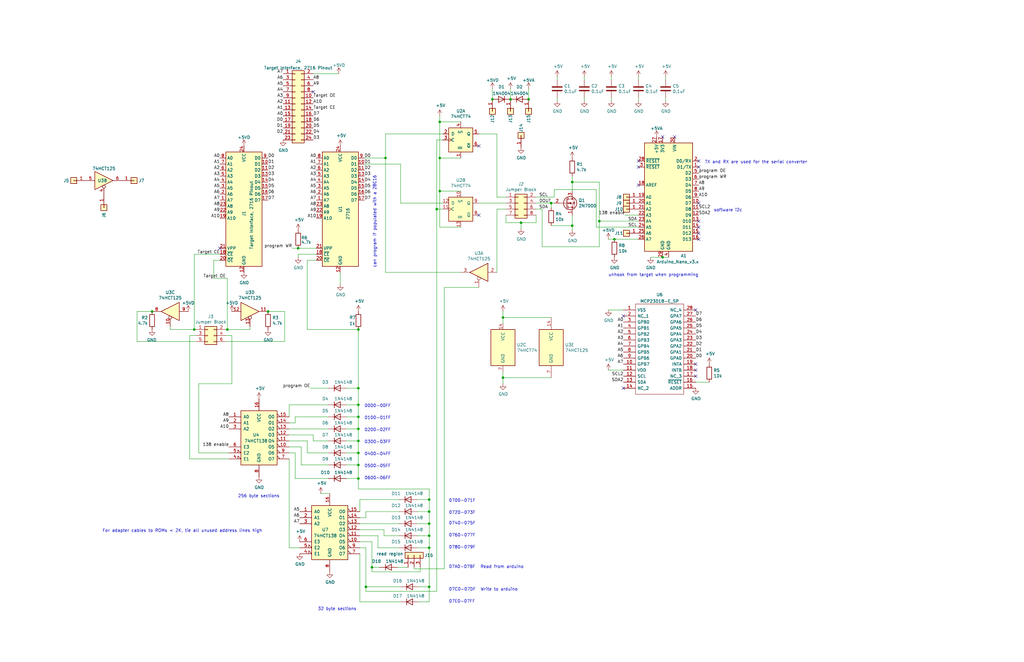
<source format=kicad_sch>
(kicad_sch (version 20211123) (generator eeschema)
  (paper "B")
  (title_block (title "Demon Debugger ROM-IO Interface - I2C Version") (date "2022-02-27") (rev "D"))
  (junction (at 180.975 220.98))
  (junction (at 241.3 95.25))
  (junction (at 184.15 88.265))
  (junction (at 151.13 163.83))
  (junction (at 252.73 93.345))
  (junction (at 180.975 215.9))
  (junction (at 151.13 139.065))
  (junction (at 212.09 133.985))
  (junction (at 154.305 247.65))
  (junction (at 125.73 104.775))
  (junction (at 215.265 41.91))
  (junction (at 232.41 85.725))
  (junction (at 185.42 66.675))
  (junction (at 64.135 131.445))
  (junction (at 259.08 100.965))
  (junction (at 279.4 108.585))
  (junction (at 151.13 180.975))
  (junction (at 180.975 226.06))
  (junction (at 151.13 170.815))
  (junction (at 81.915 139.065))
  (junction (at 185.42 80.645))
  (junction (at 212.09 159.385))
  (junction (at 180.975 231.14))
  (junction (at 95.885 139.065))
  (junction (at 180.975 210.82))
  (junction (at 151.13 186.055))
  (junction (at 207.645 41.91))
  (junction (at 241.3 76.835))
  (junction (at 185.42 51.435))
  (junction (at 156.845 239.395))
  (junction (at 219.71 93.98))
  (junction (at 113.03 131.445))
  (junction (at 151.13 201.93))
  (junction (at 151.13 175.895))
  (junction (at 222.885 41.91))
  (junction (at 151.13 196.215))
  (junction (at 180.975 247.65))
  (junction (at 151.13 191.135))
  (junction (at 162.56 66.675))
  (no_connect (at 201.93 61.595))
  (no_connect (at 279.4 57.785))
  (no_connect (at 132.08 38.735))
  (no_connect (at 293.37 153.67))
  (no_connect (at 262.89 163.83))
  (no_connect (at 294.64 93.345))
  (no_connect (at 269.24 67.945))
  (no_connect (at 284.48 57.785))
  (no_connect (at 293.37 156.21))
  (no_connect (at 269.24 70.485))
  (no_connect (at 294.64 70.485))
  (no_connect (at 294.64 98.425))
  (no_connect (at 269.24 78.105))
  (no_connect (at 294.64 95.885))
  (no_connect (at 294.64 67.945))
  (no_connect (at 294.64 85.725))
  (no_connect (at 92.71 104.775))
  (no_connect (at 294.64 100.965))
  (no_connect (at 262.89 133.35))
  (no_connect (at 293.37 130.81))
  (no_connect (at 201.93 90.805))
  (no_connect (at 293.37 158.75))
  (wire (pts (xy 256.54 100.965) (xy 259.08 100.965)))
  (wire (pts (xy 252.73 76.835) (xy 252.73 93.345)))
  (wire (pts (xy 201.93 56.515) (xy 209.55 56.515)))
  (wire (pts (xy 232.41 85.725) (xy 232.41 87.63)))
  (wire (pts (xy 83.82 161.925) (xy 97.79 161.925)))
  (wire (pts (xy 185.42 66.675) (xy 194.31 66.675)))
  (wire (pts (xy 293.37 161.29) (xy 299.085 161.29)))
  (wire (pts (xy 168.91 69.215) (xy 168.91 85.725)))
  (wire (pts (xy 233.68 83.185) (xy 233.68 80.01)))
  (wire (pts (xy 121.92 191.135) (xy 124.46 191.135)))
  (wire (pts (xy 174.625 239.395) (xy 174.625 240.03)))
  (wire (pts (xy 156.845 228.6) (xy 156.845 239.395)))
  (wire (pts (xy 256.54 156.21) (xy 262.89 156.21)))
  (wire (pts (xy 105.41 139.065) (xy 105.41 137.795)))
  (wire (pts (xy 280.67 41.275) (xy 280.67 42.545)))
  (wire (pts (xy 96.52 193.675) (xy 80.01 193.675)))
  (wire (pts (xy 121.92 193.675) (xy 121.92 231.14)))
  (wire (pts (xy 124.46 178.435) (xy 124.46 175.895)))
  (wire (pts (xy 234.95 32.385) (xy 234.95 33.655)))
  (wire (pts (xy 151.765 228.6) (xy 156.845 228.6)))
  (wire (pts (xy 146.05 170.815) (xy 151.13 170.815)))
  (wire (pts (xy 132.08 186.055) (xy 138.43 186.055)))
  (wire (pts (xy 82.55 141.605) (xy 80.01 141.605)))
  (wire (pts (xy 212.09 159.385) (xy 212.09 161.925)))
  (wire (pts (xy 213.36 93.98) (xy 219.71 93.98)))
  (wire (pts (xy 215.265 37.465) (xy 215.265 41.91)))
  (wire (pts (xy 184.15 59.055) (xy 184.15 88.265)))
  (wire (pts (xy 219.71 93.98) (xy 226.06 93.98)))
  (wire (pts (xy 185.42 48.895) (xy 185.42 51.435)))
  (wire (pts (xy 71.755 139.065) (xy 71.755 137.795)))
  (wire (pts (xy 161.925 226.06) (xy 168.275 226.06)))
  (wire (pts (xy 154.305 247.65) (xy 154.305 231.14)))
  (wire (pts (xy 175.895 231.14) (xy 180.975 231.14)))
  (wire (pts (xy 121.92 178.435) (xy 124.46 178.435)))
  (wire (pts (xy 129.54 109.855) (xy 129.54 139.065)))
  (wire (pts (xy 241.3 76.835) (xy 241.3 80.645)))
  (wire (pts (xy 213.36 83.185) (xy 209.55 83.185)))
  (wire (pts (xy 121.92 175.895) (xy 121.92 170.815)))
  (wire (pts (xy 180.975 206.375) (xy 151.13 206.375)))
  (wire (pts (xy 226.06 90.805) (xy 226.06 93.98)))
  (wire (pts (xy 83.82 191.135) (xy 83.82 161.925)))
  (wire (pts (xy 151.13 186.055) (xy 151.13 191.135)))
  (wire (pts (xy 209.55 88.265) (xy 209.55 114.935)))
  (wire (pts (xy 154.305 218.44) (xy 154.305 215.9)))
  (wire (pts (xy 133.35 109.855) (xy 129.54 109.855)))
  (wire (pts (xy 226.06 83.185) (xy 233.68 83.185)))
  (wire (pts (xy 168.91 254) (xy 151.765 254)))
  (wire (pts (xy 151.13 196.215) (xy 146.05 196.215)))
  (wire (pts (xy 127 188.595) (xy 127 196.215)))
  (wire (pts (xy 81.915 139.065) (xy 82.55 139.065)))
  (wire (pts (xy 280.67 32.385) (xy 280.67 33.655)))
  (wire (pts (xy 151.765 233.68) (xy 151.765 254)))
  (wire (pts (xy 146.05 191.135) (xy 151.13 191.135)))
  (wire (pts (xy 135.255 208.28) (xy 139.065 208.28)))
  (wire (pts (xy 95.25 139.065) (xy 95.885 139.065)))
  (wire (pts (xy 151.13 191.135) (xy 151.13 196.215)))
  (wire (pts (xy 167.64 239.395) (xy 172.085 239.395)))
  (wire (pts (xy 151.13 163.83) (xy 151.13 170.815)))
  (wire (pts (xy 234.95 41.275) (xy 234.95 42.545)))
  (wire (pts (xy 92.71 109.855) (xy 90.17 109.855)))
  (wire (pts (xy 162.56 56.515) (xy 162.56 66.675)))
  (wire (pts (xy 121.92 183.515) (xy 132.08 183.515)))
  (wire (pts (xy 228.6 88.265) (xy 228.6 104.14)))
  (wire (pts (xy 241.3 76.835) (xy 252.73 76.835)))
  (wire (pts (xy 81.915 107.315) (xy 81.915 139.065)))
  (wire (pts (xy 184.15 88.265) (xy 186.69 88.265)))
  (wire (pts (xy 162.56 56.515) (xy 186.69 56.515)))
  (wire (pts (xy 213.36 88.265) (xy 209.55 88.265)))
  (wire (pts (xy 269.24 41.275) (xy 269.24 42.545)))
  (wire (pts (xy 151.13 139.065) (xy 151.13 163.83)))
  (wire (pts (xy 121.92 170.815) (xy 138.43 170.815)))
  (wire (pts (xy 174.625 240.03) (xy 187.325 240.03)))
  (wire (pts (xy 175.895 220.98) (xy 180.975 220.98)))
  (wire (pts (xy 90.17 117.475) (xy 90.17 109.855)))
  (wire (pts (xy 212.09 131.445) (xy 212.09 133.985)))
  (wire (pts (xy 154.305 247.65) (xy 168.91 247.65)))
  (wire (pts (xy 257.81 32.385) (xy 257.81 33.655)))
  (wire (pts (xy 257.81 41.275) (xy 257.81 42.545)))
  (wire (pts (xy 212.09 156.845) (xy 212.09 159.385)))
  (wire (pts (xy 97.79 161.925) (xy 97.79 141.605)))
  (wire (pts (xy 251.46 80.01) (xy 251.46 95.885)))
  (wire (pts (xy 222.885 37.465) (xy 222.885 41.91)))
  (wire (pts (xy 57.785 144.145) (xy 57.785 131.445)))
  (wire (pts (xy 154.305 215.9) (xy 168.275 215.9)))
  (wire (pts (xy 212.09 133.985) (xy 232.41 133.985)))
  (wire (pts (xy 138.43 201.93) (xy 124.46 201.93)))
  (wire (pts (xy 269.24 93.345) (xy 252.73 93.345)))
  (wire (pts (xy 168.91 85.725) (xy 186.69 85.725)))
  (wire (pts (xy 146.05 186.055) (xy 151.13 186.055)))
  (wire (pts (xy 146.05 163.83) (xy 151.13 163.83)))
  (wire (pts (xy 132.08 31.115) (xy 142.875 31.115)))
  (wire (pts (xy 146.05 180.975) (xy 151.13 180.975)))
  (wire (pts (xy 151.765 231.14) (xy 154.305 231.14)))
  (wire (pts (xy 246.38 32.385) (xy 246.38 33.655)))
  (wire (pts (xy 162.56 114.935) (xy 194.31 114.935)))
  (wire (pts (xy 175.895 226.06) (xy 180.975 226.06)))
  (wire (pts (xy 175.895 210.82) (xy 180.975 210.82)))
  (wire (pts (xy 123.19 104.775) (xy 125.73 104.775)))
  (wire (pts (xy 184.15 59.055) (xy 186.69 59.055)))
  (wire (pts (xy 212.09 159.385) (xy 232.41 159.385)))
  (wire (pts (xy 232.41 85.725) (xy 233.68 85.725)))
  (wire (pts (xy 71.755 139.065) (xy 81.915 139.065)))
  (wire (pts (xy 130.81 163.83) (xy 138.43 163.83)))
  (wire (pts (xy 153.67 66.675) (xy 162.56 66.675)))
  (wire (pts (xy 129.54 186.055) (xy 121.92 186.055)))
  (wire (pts (xy 121.92 231.14) (xy 126.365 231.14)))
  (wire (pts (xy 251.46 95.885) (xy 269.24 95.885)))
  (wire (pts (xy 151.765 210.82) (xy 168.275 210.82)))
  (wire (pts (xy 129.54 139.065) (xy 151.13 139.065)))
  (wire (pts (xy 129.54 191.135) (xy 129.54 186.055)))
  (wire (pts (xy 180.975 210.82) (xy 180.975 215.9)))
  (wire (pts (xy 185.42 66.675) (xy 185.42 80.645)))
  (wire (pts (xy 120.015 144.145) (xy 95.25 144.145)))
  (wire (pts (xy 241.3 74.295) (xy 241.3 76.835)))
  (wire (pts (xy 146.05 201.93) (xy 151.13 201.93)))
  (wire (pts (xy 124.46 201.93) (xy 124.46 191.135)))
  (wire (pts (xy 81.915 107.315) (xy 92.71 107.315)))
  (wire (pts (xy 121.92 180.975) (xy 138.43 180.975)))
  (wire (pts (xy 185.42 51.435) (xy 194.31 51.435)))
  (wire (pts (xy 156.845 239.395) (xy 160.02 239.395)))
  (wire (pts (xy 279.4 108.585) (xy 281.94 108.585)))
  (wire (pts (xy 80.01 141.605) (xy 80.01 193.675)))
  (wire (pts (xy 185.42 51.435) (xy 185.42 66.675)))
  (wire (pts (xy 201.93 121.285) (xy 187.325 121.285)))
  (wire (pts (xy 125.73 104.775) (xy 133.35 104.775)))
  (wire (pts (xy 151.765 215.9) (xy 151.765 210.82)))
  (wire (pts (xy 154.305 249.555) (xy 154.305 247.65)))
  (wire (pts (xy 151.13 175.895) (xy 151.13 180.975)))
  (wire (pts (xy 124.46 175.895) (xy 138.43 175.895)))
  (wire (pts (xy 269.24 32.385) (xy 269.24 33.655)))
  (wire (pts (xy 156.845 239.395) (xy 156.845 241.3)))
  (wire (pts (xy 151.765 220.98) (xy 168.275 220.98)))
  (wire (pts (xy 138.43 191.135) (xy 129.54 191.135)))
  (wire (pts (xy 185.42 80.645) (xy 194.31 80.645)))
  (wire (pts (xy 184.15 88.265) (xy 184.15 249.555)))
  (wire (pts (xy 151.13 201.93) (xy 151.13 196.215)))
  (wire (pts (xy 187.325 121.285) (xy 187.325 240.03)))
  (wire (pts (xy 57.785 131.445) (xy 64.135 131.445)))
  (wire (pts (xy 226.06 88.265) (xy 228.6 88.265)))
  (wire (pts (xy 263.525 90.805) (xy 269.24 90.805)))
  (wire (pts (xy 274.32 108.585) (xy 279.4 108.585)))
  (wire (pts (xy 252.73 93.345) (xy 252.73 104.14)))
  (wire (pts (xy 159.385 231.14) (xy 159.385 226.06)))
  (wire (pts (xy 151.13 206.375) (xy 151.13 201.93)))
  (wire (pts (xy 168.275 231.14) (xy 159.385 231.14)))
  (wire (pts (xy 176.53 247.65) (xy 180.975 247.65)))
  (wire (pts (xy 175.895 215.9) (xy 180.975 215.9)))
  (wire (pts (xy 233.68 80.01) (xy 251.46 80.01)))
  (wire (pts (xy 209.55 83.185) (xy 209.55 56.515)))
  (wire (pts (xy 125.73 107.315) (xy 133.35 107.315)))
  (wire (pts (xy 201.93 85.725) (xy 213.36 85.725)))
  (wire (pts (xy 241.3 90.805) (xy 241.3 95.25)))
  (wire (pts (xy 161.925 223.52) (xy 161.925 226.06)))
  (wire (pts (xy 162.56 66.675) (xy 162.56 114.935)))
  (wire (pts (xy 95.885 117.475) (xy 90.17 117.475)))
  (wire (pts (xy 180.975 220.98) (xy 180.975 226.06)))
  (wire (pts (xy 143.51 114.935) (xy 143.51 120.015)))
  (wire (pts (xy 176.53 254) (xy 180.975 254)))
  (wire (pts (xy 95.885 139.065) (xy 105.41 139.065)))
  (wire (pts (xy 120.015 131.445) (xy 120.015 144.145)))
  (wire (pts (xy 177.165 239.395) (xy 177.165 241.3)))
  (wire (pts (xy 153.67 69.215) (xy 168.91 69.215)))
  (wire (pts (xy 121.92 188.595) (xy 127 188.595)))
  (wire (pts (xy 146.05 175.895) (xy 151.13 175.895)))
  (wire (pts (xy 151.13 180.975) (xy 151.13 186.055)))
  (wire (pts (xy 113.03 131.445) (xy 120.015 131.445)))
  (wire (pts (xy 127 196.215) (xy 138.43 196.215)))
  (wire (pts (xy 180.975 247.65) (xy 180.975 254)))
  (wire (pts (xy 180.975 231.14) (xy 180.975 247.65)))
  (wire (pts (xy 159.385 226.06) (xy 151.765 226.06)))
  (wire (pts (xy 232.41 95.25) (xy 241.3 95.25)))
  (wire (pts (xy 246.38 41.275) (xy 246.38 42.545)))
  (wire (pts (xy 259.08 100.965) (xy 269.24 100.965)))
  (wire (pts (xy 185.42 80.645) (xy 185.42 95.885)))
  (wire (pts (xy 180.975 226.06) (xy 180.975 231.14)))
  (wire (pts (xy 212.09 133.985) (xy 212.09 136.525)))
  (wire (pts (xy 228.6 104.14) (xy 252.73 104.14)))
  (wire (pts (xy 83.82 191.135) (xy 96.52 191.135)))
  (wire (pts (xy 207.645 41.91) (xy 207.645 37.465)))
  (wire (pts (xy 180.975 210.82) (xy 180.975 206.375)))
  (wire (pts (xy 226.06 85.725) (xy 232.41 85.725)))
  (wire (pts (xy 97.79 141.605) (xy 95.25 141.605)))
  (wire (pts (xy 151.13 170.815) (xy 151.13 175.895)))
  (wire (pts (xy 219.71 93.98) (xy 219.71 96.52)))
  (wire (pts (xy 241.3 95.25) (xy 241.3 97.155)))
  (wire (pts (xy 180.975 215.9) (xy 180.975 220.98)))
  (wire (pts (xy 256.54 130.81) (xy 262.89 130.81)))
  (wire (pts (xy 95.885 117.475) (xy 95.885 139.065)))
  (wire (pts (xy 151.765 223.52) (xy 161.925 223.52)))
  (wire (pts (xy 82.55 144.145) (xy 57.785 144.145)))
  (wire (pts (xy 132.08 183.515) (xy 132.08 186.055)))
  (wire (pts (xy 213.36 90.805) (xy 213.36 93.98)))
  (wire (pts (xy 185.42 95.885) (xy 194.31 95.885)))
  (wire (pts (xy 125.73 108.585) (xy 125.73 107.315)))
  (wire (pts (xy 156.845 241.3) (xy 177.165 241.3)))
  (wire (pts (xy 151.765 218.44) (xy 154.305 218.44)))
  (wire (pts (xy 154.305 249.555) (xy 184.15 249.555)))
  (text "0100-01FF" (at 153.67 177.165 0) (effects (font (size 1.27 1.27)) (justify left bottom)))
  (text "0760-077F" (at 189.23 226.695 0) (effects (font (size 1.27 1.27)) (justify left bottom)))
  (text "07A0-07BF" (at 189.23 240.03 0) (effects (font (size 1.27 1.27)) (justify left bottom)))
  (text "TX and RX are used for the serial converter" (at 297.18 69.215 0) (effects (font (size 1.27 1.27)) (justify left bottom)))
  (text "For adapter cables to ROMs < 2K, tie all unused address lines high" (at 43.18 224.79 0) (effects (font (size 1.27 1.27)) (justify left bottom)))
  (text "0500-05FF" (at 153.67 197.485 0) (effects (font (size 1.27 1.27)) (justify left bottom)))
  (text "0780-079F" (at 189.23 231.775 0) (effects (font (size 1.27 1.27)) (justify left bottom)))
  (text "0740-075F" (at 189.23 221.615 0) (effects (font (size 1.27 1.27)) (justify left bottom)))
  (text "256 byte sections" (at 100.33 210.185 0) (effects (font (size 1.27 1.27)) (justify left bottom)))
  (text "can program if populated with a 28C16" (at 158.75 113.03 90) (effects (font (size 1.27 1.27)) (justify left bottom)))
  (text "0200-02FF" (at 153.67 182.245 0) (effects (font (size 1.27 1.27)) (justify left bottom)))
  (text "0720-073F" (at 189.23 217.17 0) (effects (font (size 1.27 1.27)) (justify left bottom)))
  (text "0600-06FF" (at 153.67 202.565 0) (effects (font (size 1.27 1.27)) (justify left bottom)))
  (text "07E0-07FF" (at 189.23 254.635 0) (effects (font (size 1.27 1.27)) (justify left bottom)))
  (text "0000-00FF" (at 153.67 172.085 0) (effects (font (size 1.27 1.27)) (justify left bottom)))
  (text "Read from arduino" (at 202.565 240.03 0) (effects (font (size 1.27 1.27)) (justify left bottom)))
  (text "0700-071F" (at 189.23 212.09 0) (effects (font (size 1.27 1.27)) (justify left bottom)))
  (text "0400-04FF" (at 153.67 192.405 0) (effects (font (size 1.27 1.27)) (justify left bottom)))
  (text "07C0-07DF" (at 189.23 249.555 0) (effects (font (size 1.27 1.27)) (justify left bottom)))
  (text "0300-03FF" (at 153.67 187.325 0) (effects (font (size 1.27 1.27)) (justify left bottom)))
  (text "unhook from target when programming" (at 256.54 116.84 0) (effects (font (size 1.27 1.27)) (justify left bottom)))
  (text "32 byte sections" (at 133.985 257.81 0) (effects (font (size 1.27 1.27)) (justify left bottom)))
  (text "Write to arduino" (at 202.565 249.555 0) (effects (font (size 1.27 1.27)) (justify left bottom)))
  (text "software i2c" (at 300.99 89.535 0) (effects (font (size 1.27 1.27)) (justify left bottom)))
  (label "D4" (at 293.37 140.97 0))
  (label "A5" (at 92.71 79.375 180))
  (label "A9" (at 96.52 178.435 180))
  (label "A4" (at 133.35 76.835 180))
  (label "A10" (at 133.35 92.075 180))
  (label "A9" (at 92.71 89.535 180))
  (label "D6" (at 153.67 81.915 0))
  (label "A10" (at 92.71 92.075 180))
  (label "A10" (at 294.64 83.185 0))
  (label "D2" (at 153.67 71.755 0))
  (label "D6" (at 293.37 135.89 0))
  (label "D7" (at 153.67 84.455 0))
  (label "A9" (at 294.64 80.645 0))
  (label "Target OE" (at 95.25 117.475 180))
  (label "A6" (at 92.71 81.915 180))
  (label "D1" (at 119.38 53.975 180))
  (label "Target CE" (at 132.08 46.355 0))
  (label "program WR" (at 123.19 104.775 180))
  (label "A1" (at 133.35 69.215 180))
  (label "D4" (at 113.03 76.835 0))
  (label "A1" (at 92.71 69.215 180))
  (label "A3" (at 262.89 143.51 180))
  (label "A1" (at 262.89 138.43 180))
  (label "A4" (at 119.38 38.735 180))
  (label "A8" (at 132.08 33.655 0))
  (label "A3" (at 133.35 74.295 180))
  (label "D2" (at 119.38 56.515 180))
  (label "D0" (at 119.38 51.435 180))
  (label "D3" (at 113.03 74.295 0))
  (label "SCL2" (at 294.64 88.265 0))
  (label "A7" (at 126.365 220.98 180))
  (label "A7" (at 119.38 31.115 180))
  (label "D7" (at 113.03 84.455 0))
  (label "D0" (at 293.37 151.13 0))
  (label "A2" (at 119.38 43.815 180))
  (label "SDA" (at 268.605 93.345 180))
  (label "A7" (at 133.35 84.455 180))
  (label "SDA2" (at 262.89 161.29 180))
  (label "A2" (at 92.71 71.755 180))
  (label "A6" (at 133.35 81.915 180))
  (label "D5" (at 113.03 79.375 0))
  (label "D4" (at 153.67 76.835 0))
  (label "D7" (at 293.37 133.35 0))
  (label "D0" (at 113.03 66.675 0))
  (label "D6" (at 132.08 51.435 0))
  (label "DOUT" (at 227.33 85.725 0))
  (label "A6" (at 126.365 218.44 180))
  (label "A3" (at 119.38 41.275 180))
  (label "program OE" (at 294.64 73.025 0))
  (label "A2" (at 133.35 71.755 180))
  (label "A10" (at 96.52 180.975 180))
  (label "A0" (at 133.35 66.675 180))
  (label "SDA" (at 227.33 88.265 0))
  (label "A3" (at 92.71 74.295 180))
  (label "A2" (at 262.89 140.97 180))
  (label "A4" (at 262.89 146.05 180))
  (label "SDA2" (at 294.64 90.805 0))
  (label "A5" (at 133.35 79.375 180))
  (label "D5" (at 293.37 138.43 0))
  (label "A8" (at 294.64 78.105 0))
  (label "A10" (at 132.08 43.815 0))
  (label "A9" (at 133.35 89.535 180))
  (label "D2" (at 113.03 71.755 0))
  (label "Target OE" (at 132.08 41.275 0))
  (label "A5" (at 126.365 215.9 180))
  (label "A7" (at 92.71 84.455 180))
  (label "A0" (at 262.89 135.89 180))
  (label "program OE" (at 130.81 163.83 180))
  (label "138 enable" (at 96.52 188.595 180))
  (label "D3" (at 132.08 59.055 0))
  (label "D3" (at 153.67 74.295 0))
  (label "A1" (at 119.38 46.355 180))
  (label "A7" (at 262.89 153.67 180))
  (label "A0" (at 119.38 48.895 180))
  (label "A5" (at 262.89 148.59 180))
  (label "D7" (at 132.08 48.895 0))
  (label "A8" (at 133.35 86.995 180))
  (label "D6" (at 113.03 81.915 0))
  (label "D5" (at 132.08 53.975 0))
  (label "D1" (at 113.03 69.215 0))
  (label "A0" (at 92.71 66.675 180))
  (label "D1" (at 293.37 148.59 0))
  (label "D4" (at 132.08 56.515 0))
  (label "SCL" (at 268.605 95.885 180))
  (label "A8" (at 96.52 175.895 180))
  (label "138 enable" (at 263.525 90.805 180))
  (label "D5" (at 153.67 79.375 0))
  (label "A4" (at 92.71 76.835 180))
  (label "D0" (at 153.67 66.675 0))
  (label "A6" (at 262.89 151.13 180))
  (label "A6" (at 119.38 33.655 180))
  (label "A9" (at 132.08 36.195 0))
  (label "D3" (at 293.37 143.51 0))
  (label "Target CE" (at 92.71 107.315 180))
  (label "SCL" (at 227.33 83.185 0))
  (label "D1" (at 153.67 69.215 0))
  (label "A8" (at 92.71 86.995 180))
  (label "SCL2" (at 262.89 158.75 180))
  (label "program WR" (at 294.64 75.565 0))
  (label "A5" (at 119.38 36.195 180))
  (label "D2" (at 293.37 146.05 0))
  (symbol (lib_id "power:GND") (at 143.51 120.015 0) (unit 1)
    (property "Reference" "#PWR0101" (effects hide))
    (property "Value" "GND" (at 143.637 124.4092 0))
  )
  (symbol (lib_id "power:+5V") (at 143.51 61.595 0) (unit 1)
    (property "Reference" "#PWR0103" (effects hide))
    (property "Value" "+5V" (at 143.891 57.2008 0))
  )
  (symbol (lib_id "power:GND") (at 241.3 97.155 0) (unit 1)
    (property "Reference" "#PWR0106" (effects hide))
    (property "Value" "GND" (at 241.427 101.5492 0))
  )
  (symbol (lib_id "Memory_EPROM:2716") (at 143.51 86.995 0) (unit 1)
    (property "Reference" "U1" (at 143.51 88.265 90))
    (property "Value" "2716" (at 146.685 90.17 90))
    (property "Footprint" "Package_DIP:DIP-24_W15.24mm_Socket" (effects hide))
    (property "Datasheet" "http://ww1.microchip.com/downloads/en/DeviceDoc/11107M.pdf" (effects hide))
  )
  (symbol (lib_id "Memory_EPROM:2716") (at 102.87 86.995 0) (unit 1)
    (property "Reference" "J1" (at 102.87 90.17 90))
    (property "Value" "Target Interface, 2716 Pinout" (at 106.045 90.805 90))
    (property "Footprint" "Package_DIP:DIP-24_W15.24mm_Socket" (effects hide))
    (property "Datasheet" "http://ww1.microchip.com/downloads/en/DeviceDoc/11107M.pdf" (effects hide))
  )
  (symbol (lib_id "power:GND") (at 102.87 114.935 0) (unit 1)
    (property "Reference" "#PWR0104" (effects hide))
    (property "Value" "GND" (at 102.997 119.3292 0))
  )
  (symbol (lib_id "74xx:74HC74") (at 194.31 59.055 0) (unit 1)
    (property "Reference" "U2" (at 194.31 46.8376 0))
    (property "Value" "74HCT74" (at 194.31 49.149 0))
    (property "Footprint" "Package_DIP:DIP-14_W7.62mm" (effects hide))
    (property "Datasheet" "74xx/74hc_hct74.pdf" (effects hide))
  )
  (symbol (lib_id "74xx:74HC74") (at 194.31 88.265 0) (unit 2)
    (property "Reference" "U2" (at 194.31 76.0476 0))
    (property "Value" "74HCT74" (at 194.31 78.359 0))
    (property "Footprint" "Package_DIP:DIP-14_W7.62mm" (effects hide))
    (property "Datasheet" "74xx/74hc_hct74.pdf" (effects hide))
  )
  (symbol (lib_id "74xx:74LS125") (at 201.93 114.935 0) (mirror y) (unit 1)
    (property "Reference" "U3" (at 201.93 106.8832 0))
    (property "Value" "74HCT125" (at 201.93 109.1946 0))
    (property "Footprint" "Package_DIP:DIP-14_W7.62mm" (effects hide))
    (property "Datasheet" "http://www.ti.com/lit/gpn/sn74LS125" (effects hide))
  )
  (symbol (lib_id "74xx:74LS125") (at 232.41 146.685 0) (unit 5)
    (property "Reference" "U3" (at 238.252 145.5166 0) (effects (justify left)))
    (property "Value" "74HCT125" (at 238.252 147.828 0) (effects (justify left)))
    (property "Footprint" "Package_DIP:DIP-14_W7.62mm" (effects hide))
    (property "Datasheet" "http://www.ti.com/lit/gpn/sn74LS125" (effects hide))
  )
  (symbol (lib_id "74xx:74LS138") (at 109.22 183.515 0) (unit 1)
    (property "Reference" "U4" (at 107.95 183.515 0))
    (property "Value" "74HCT138" (at 107.95 186.055 0))
    (property "Footprint" "Package_DIP:DIP-16_W7.62mm" (effects hide))
    (property "Datasheet" "http://www.ti.com/lit/gpn/sn74LS138" (effects hide))
  )
  (symbol (lib_id "74xx:74HC74") (at 212.09 146.685 0) (unit 3)
    (property "Reference" "U2" (at 217.932 145.5166 0) (effects (justify left)))
    (property "Value" "74HCT74" (at 217.932 147.828 0) (effects (justify left)))
    (property "Footprint" "Package_DIP:DIP-14_W7.62mm" (effects hide))
    (property "Datasheet" "74xx/74hc_hct74.pdf" (effects hide))
  )
  (symbol (lib_id "power:+5V") (at 212.09 131.445 0) (unit 1)
    (property "Reference" "#PWR0112" (effects hide))
    (property "Value" "+5V" (at 212.471 127.0508 0))
  )
  (symbol (lib_id "power:GND") (at 212.09 161.925 0) (unit 1)
    (property "Reference" "#PWR0113" (effects hide))
    (property "Value" "GND" (at 212.217 166.3192 0))
  )
  (symbol (lib_id "power:+5V") (at 109.22 168.275 0) (unit 1)
    (property "Reference" "#PWR0102" (effects hide))
    (property "Value" "+5V" (at 109.601 163.8808 0))
  )
  (symbol (lib_id "Device:C") (at 234.95 37.465 0) (unit 1)
    (property "Reference" "C1" (at 237.871 36.2966 0) (effects (justify left)))
    (property "Value" "0.1uF" (at 237.871 38.608 0) (effects (justify left)))
    (property "Footprint" "Capacitor_THT:C_Axial_L3.8mm_D2.6mm_P7.50mm_Horizontal" (effects hide))
  )
  (symbol (lib_id "power:+5V") (at 234.95 32.385 0) (unit 1)
    (property "Reference" "#PWR0114" (effects hide))
    (property "Value" "+5V" (at 235.331 27.9908 0))
  )
  (symbol (lib_id "power:GND") (at 234.95 42.545 0) (unit 1)
    (property "Reference" "#PWR0115" (effects hide))
    (property "Value" "GND" (at 235.077 46.9392 0))
  )
  (symbol (lib_id "Device:C") (at 246.38 37.465 0) (unit 1)
    (property "Reference" "C2" (at 249.301 36.2966 0) (effects (justify left)))
    (property "Value" "0.1uF" (at 249.301 38.608 0) (effects (justify left)))
    (property "Footprint" "Capacitor_THT:C_Axial_L3.8mm_D2.6mm_P7.50mm_Horizontal" (effects hide))
  )
  (symbol (lib_id "power:+5V") (at 246.38 32.385 0) (unit 1)
    (property "Reference" "#PWR0116" (effects hide))
    (property "Value" "+5V" (at 246.761 27.9908 0))
  )
  (symbol (lib_id "power:GND") (at 246.38 42.545 0) (unit 1)
    (property "Reference" "#PWR0117" (effects hide))
    (property "Value" "GND" (at 246.507 46.9392 0))
  )
  (symbol (lib_id "Device:C") (at 257.81 37.465 0) (unit 1)
    (property "Reference" "C3" (at 260.731 36.2966 0) (effects (justify left)))
    (property "Value" "0.1uF" (at 260.731 38.608 0) (effects (justify left)))
    (property "Footprint" "Capacitor_THT:C_Axial_L3.8mm_D2.6mm_P7.50mm_Horizontal" (effects hide))
  )
  (symbol (lib_id "power:+5V") (at 257.81 32.385 0) (unit 1)
    (property "Reference" "#PWR0118" (effects hide))
    (property "Value" "+5V" (at 258.191 27.9908 0))
  )
  (symbol (lib_id "power:GND") (at 257.81 42.545 0) (unit 1)
    (property "Reference" "#PWR0119" (effects hide))
    (property "Value" "GND" (at 257.937 46.9392 0))
  )
  (symbol (lib_id "Transistor_FET:2N7000") (at 238.76 85.725 0) (unit 1)
    (property "Reference" "Q1" (at 243.9416 84.5566 0) (effects (justify left)))
    (property "Value" "2N7000" (at 243.9416 86.868 0) (effects (justify left)))
    (property "Footprint" "Package_TO_SOT_THT:TO-92_Inline" (effects hide))
    (property "Datasheet" "https://www.onsemi.com/pub/Collateral/NDS7002A-D.PDF" (effects hide))
  )
  (symbol (lib_id "power:GND") (at 109.22 201.295 0) (unit 1)
    (property "Reference" "#PWR0126" (effects hide))
    (property "Value" "GND" (at 109.347 205.6892 0))
  )
  (symbol (lib_id "power:GND") (at 274.32 108.585 0) (unit 1)
    (property "Reference" "#PWR0108" (effects hide))
    (property "Value" "GND" (at 274.447 112.9792 0))
  )
  (symbol (lib_id "MCU_Module:Arduino_Nano_v3.x") (at 281.94 83.185 0) (mirror y) (unit 1)
    (property "Reference" "A1" (at 288.29 107.95 0))
    (property "Value" "Arduino_Nano_v3.x" (at 285.75 110.49 0))
    (property "Footprint" "Module:Arduino_Nano" (effects hide))
    (property "Datasheet" "http://www.mouser.com/pdfdocs/Gravitech_Arduino_Nano3_0.pdf" (effects hide))
  )
  (symbol (lib_id "Device:R") (at 241.3 70.485 0) (unit 1)
    (property "Reference" "R1" (at 243.078 69.3166 0) (effects (justify left)))
    (property "Value" "4.7k" (at 243.078 71.628 0) (effects (justify left)))
    (property "Footprint" "Resistor_THT:R_Axial_DIN0207_L6.3mm_D2.5mm_P2.54mm_Vertical" (effects hide))
  )
  (symbol (lib_id "power:+5V") (at 241.3 66.675 0) (unit 1)
    (property "Reference" "#PWR0109" (effects hide))
    (property "Value" "+5V" (at 241.681 62.2808 0))
  )
  (symbol (lib_id "power:GND") (at 125.73 108.585 0) (unit 1)
    (property "Reference" "#PWR0111" (effects hide))
    (property "Value" "GND" (at 125.857 112.9792 0))
  )
  (symbol (lib_id "power:+5V") (at 185.42 48.895 0) (unit 1)
    (property "Reference" "#PWR0110" (effects hide))
    (property "Value" "+5V" (at 185.801 44.5008 0))
  )
  (symbol (lib_id "power:GND") (at 219.71 96.52 0) (unit 1)
    (property "Reference" "#PWR0121" (effects hide))
    (property "Value" "GND" (at 219.837 100.9142 0))
  )
  (symbol (lib_id "Connector_Generic:Conn_02x04_Odd_Even") (at 218.44 85.725 0) (unit 1)
    (property "Reference" "J2" (at 219.71 77.6732 0))
    (property "Value" "Jumper Block" (at 219.71 79.9846 0))
    (property "Footprint" "Connector_PinHeader_2.54mm:PinHeader_2x04_P2.54mm_Vertical" (effects hide))
  )
  (symbol (lib_id "Device:C") (at 269.24 37.465 0) (unit 1)
    (property "Reference" "C4" (at 272.161 36.2966 0) (effects (justify left)))
    (property "Value" "0.1uF" (at 272.161 38.608 0) (effects (justify left)))
    (property "Footprint" "Capacitor_THT:C_Axial_L3.8mm_D2.6mm_P7.50mm_Horizontal" (effects hide))
  )
  (symbol (lib_id "power:+5V") (at 269.24 32.385 0) (unit 1)
    (property "Reference" "#PWR0128" (effects hide))
    (property "Value" "+5V" (at 269.621 27.9908 0))
  )
  (symbol (lib_id "power:GND") (at 269.24 42.545 0) (unit 1)
    (property "Reference" "#PWR0125" (effects hide))
    (property "Value" "GND" (at 269.367 46.9392 0))
  )
  (symbol (lib_id "Device:C") (at 280.67 37.465 0) (unit 1)
    (property "Reference" "C5" (at 283.591 36.2966 0) (effects (justify left)))
    (property "Value" "0.1uF" (at 283.591 38.608 0) (effects (justify left)))
    (property "Footprint" "Capacitor_THT:C_Axial_L3.8mm_D2.6mm_P7.50mm_Horizontal" (effects hide))
  )
  (symbol (lib_id "power:+5V") (at 280.67 32.385 0) (unit 1)
    (property "Reference" "#PWR0129" (effects hide))
    (property "Value" "+5V" (at 281.051 27.9908 0))
  )
  (symbol (lib_id "power:GND") (at 280.67 42.545 0) (unit 1)
    (property "Reference" "#PWR0130" (effects hide))
    (property "Value" "GND" (at 280.797 46.9392 0))
  )
  (symbol (lib_id "Connector_Generic:Conn_02x03_Odd_Even") (at 87.63 141.605 0) (unit 1)
    (property "Reference" "J3" (at 88.9 133.5532 0))
    (property "Value" "Jumper Block" (at 88.9 135.8646 0))
    (property "Footprint" "Connector_PinHeader_2.54mm:PinHeader_2x03_P2.54mm_Vertical" (effects hide))
  )
  (symbol (lib_id "Diode:1N4148") (at 142.24 170.815 0) (unit 1)
    (property "Reference" "D4" (at 137.16 168.275 0))
    (property "Value" "1N4148" (at 144.78 168.275 0))
    (property "Footprint" "Diode_THT:D_DO-35_SOD27_P2.54mm_Vertical_AnodeUp" (effects hide))
    (property "Datasheet" "https://assets.nexperia.com/documents/data-sheet/1N4148_1N4448.pdf" (effects hide))
  )
  (symbol (lib_id "power:GND") (at 126.365 233.68 0) (unit 1)
    (property "Reference" "#PWR07" (effects hide))
    (property "Value" "GND" (at 126.492 238.0742 0))
  )
  (symbol (lib_id "mouser:MCP23018-E_SP") (at 262.89 130.81 0) (unit 1)
    (property "Reference" "U6" (at 278.13 124.3543 0))
    (property "Value" "MCP23018-E_SP" (at 278.13 127.1294 0))
    (property "Footprint" "Package_DIP:DIP-28_W7.62mm" (effects hide))
    (property "Datasheet" "https://componentsearchengine.com/Datasheets/1/MCP23018-E_SP.pdf" (effects hide))
    (property "Description" "Microchip MCP23018-E/SP I/O Expander, 28-Pin SPDIP" (effects hide))
    (property "Height" "5.08" (effects hide))
    (property "Mouser Part Number" "579-MCP23018-E/SP" (effects hide))
    (property "Mouser Price/Stock" "https://www.mouser.co.uk/ProductDetail/Microchip-Technology/MCP23018-E-SP?qs=rTzW0HAgjYPi3CrOYquyXg%3D%3D" (effects hide))
    (property "Manufacturer_Name" "Microchip" (effects hide))
    (property "Manufacturer_Part_Number" "MCP23018-E/SP" (effects hide))
  )
  (symbol (lib_id "Device:R") (at 299.085 157.48 0) (unit 1)
    (property "Reference" "R5" (at 300.863 156.3116 0) (effects (justify left)))
    (property "Value" "10k" (at 300.863 158.623 0) (effects (justify left)))
    (property "Footprint" "Resistor_THT:R_Axial_DIN0207_L6.3mm_D2.5mm_P2.54mm_Vertical" (effects hide))
  )
  (symbol (lib_id "power:+5VD") (at 142.875 31.115 0) (unit 1)
    (property "Reference" "#PWR0134" (effects hide))
    (property "Value" "+5VD" (at 142.875 27.5105 0))
  )
  (symbol (lib_id "power:+5VA") (at 276.86 57.785 0) (unit 1)
    (property "Reference" "#PWR0131" (effects hide))
    (property "Value" "+5VA" (at 276.86 54.1805 0))
  )
  (symbol (lib_id "Connector_Generic:Conn_01x01") (at 207.645 46.99 270) (unit 1)
    (property "Reference" "J12" (at 207.645 50.165 0))
    (property "Value" "Conn_01x01" (effects hide))
    (property "Footprint" "Connector_PinHeader_2.54mm:PinHeader_1x01_P2.54mm_Vertical" (effects hide))
  )
  (symbol (lib_id "74xx:74LS125") (at 43.815 76.2 0) (unit 2)
    (property "Reference" "U3" (at 43.18 76.2 0))
    (property "Value" "74HCT125" (at 43.815 71.12 0))
    (property "Footprint" "Package_DIP:DIP-14_W7.62mm" (effects hide))
    (property "Datasheet" "http://www.ti.com/lit/gpn/sn74LS125" (effects hide))
  )
  (symbol (lib_id "Diode:1N4148") (at 172.085 231.14 0) (unit 1)
    (property "Reference" "D15" (at 167.005 228.6 0))
    (property "Value" "1N4148" (at 174.625 228.6 0))
    (property "Footprint" "Diode_THT:D_DO-35_SOD27_P2.54mm_Vertical_AnodeUp" (effects hide))
    (property "Datasheet" "https://assets.nexperia.com/documents/data-sheet/1N4148_1N4448.pdf" (effects hide))
  )
  (symbol (lib_id "Diode:1N4148") (at 172.085 215.9 0) (unit 1)
    (property "Reference" "D12" (at 167.005 213.36 0))
    (property "Value" "1N4148" (at 174.625 213.36 0))
    (property "Footprint" "Diode_THT:D_DO-35_SOD27_P2.54mm_Vertical_AnodeUp" (effects hide))
    (property "Datasheet" "https://assets.nexperia.com/documents/data-sheet/1N4148_1N4448.pdf" (effects hide))
  )
  (symbol (lib_id "Diode:1N4148") (at 172.085 220.98 0) (unit 1)
    (property "Reference" "D13" (at 167.005 218.44 0))
    (property "Value" "1N4148" (at 174.625 218.44 0))
    (property "Footprint" "Diode_THT:D_DO-35_SOD27_P2.54mm_Vertical_AnodeUp" (effects hide))
    (property "Datasheet" "https://assets.nexperia.com/documents/data-sheet/1N4148_1N4448.pdf" (effects hide))
  )
  (symbol (lib_id "power:+5V") (at 256.54 156.21 0) (unit 1)
    (property "Reference" "#PWR0120" (effects hide))
    (property "Value" "+5V" (at 256.921 151.8158 0))
  )
  (symbol (lib_id "Connector_Generic:Conn_01x01") (at 219.71 57.15 90) (unit 1)
    (property "Reference" "J14" (at 219.71 53.975 0))
    (property "Value" "Conn_01x01" (effects hide))
    (property "Footprint" "Connector_PinHeader_2.54mm:PinHeader_1x01_P2.54mm_Vertical" (effects hide))
  )
  (symbol (lib_id "power:GND") (at 256.54 130.81 0) (unit 1)
    (property "Reference" "#PWR0105" (effects hide))
    (property "Value" "GND" (at 256.667 135.2042 0))
  )
  (symbol (lib_id "Diode:1N4148") (at 142.24 201.93 0) (unit 1)
    (property "Reference" "D10" (at 137.16 199.39 0))
    (property "Value" "1N4148" (at 144.78 199.39 0))
    (property "Footprint" "Diode_THT:D_DO-35_SOD27_P2.54mm_Vertical_AnodeUp" (effects hide))
    (property "Datasheet" "https://assets.nexperia.com/documents/data-sheet/1N4148_1N4448.pdf" (effects hide))
  )
  (symbol (lib_id "Diode:1N4148") (at 142.24 196.215 0) (unit 1)
    (property "Reference" "D9" (at 137.16 193.675 0))
    (property "Value" "1N4148" (at 144.78 193.675 0))
    (property "Footprint" "Diode_THT:D_DO-35_SOD27_P2.54mm_Vertical_AnodeUp" (effects hide))
    (property "Datasheet" "https://assets.nexperia.com/documents/data-sheet/1N4148_1N4448.pdf" (effects hide))
  )
  (symbol (lib_id "Connector_Generic:Conn_01x01") (at 264.16 88.265 180) (unit 1)
    (property "Reference" "J10" (at 260.985 88.265 0))
    (property "Value" "Conn_01x01" (effects hide))
    (property "Footprint" "Connector_PinHeader_2.54mm:PinHeader_1x01_P2.54mm_Vertical" (effects hide))
  )
  (symbol (lib_id "power:+5V") (at 135.255 208.28 0) (unit 1)
    (property "Reference" "#PWR08" (effects hide))
    (property "Value" "+5V" (at 135.636 203.8858 0))
  )
  (symbol (lib_id "power:GND") (at 293.37 163.83 0) (unit 1)
    (property "Reference" "#PWR0122" (effects hide))
    (property "Value" "GND" (at 293.497 168.2242 0))
  )
  (symbol (lib_id "power:GND") (at 113.03 139.065 0) (unit 1)
    (property "Reference" "#PWR04" (effects hide))
    (property "Value" "GND" (at 113.157 143.4592 0))
  )
  (symbol (lib_id "Connector_Generic:Conn_01x03") (at 174.625 234.315 90) (unit 1)
    (property "Reference" "J16" (at 179.07 234.315 90) (effects (justify right)))
    (property "Value" "read region" (at 158.75 233.68 90) (effects (justify right)))
    (property "Footprint" "Connector_PinHeader_2.54mm:PinHeader_1x03_P2.54mm_Vertical" (effects hide))
  )
  (symbol (lib_id "power:+5V") (at 215.265 37.465 0) (unit 1)
    (property "Reference" "#PWR0136" (effects hide))
    (property "Value" "+5V" (at 215.646 33.0708 0))
  )
  (symbol (lib_id "Device:R") (at 151.13 135.255 0) (unit 1)
    (property "Reference" "R7" (at 147.32 133.985 0) (effects (justify left)))
    (property "Value" "1k" (at 147.32 136.525 0) (effects (justify left)))
    (property "Footprint" "Resistor_THT:R_Axial_DIN0207_L6.3mm_D2.5mm_P2.54mm_Vertical" (effects hide))
  )
  (symbol (lib_id "Diode:1N4148") (at 172.085 226.06 0) (unit 1)
    (property "Reference" "D14" (at 167.005 223.52 0))
    (property "Value" "1N4148" (at 174.625 223.52 0))
    (property "Footprint" "Diode_THT:D_DO-35_SOD27_P2.54mm_Vertical_AnodeUp" (effects hide))
    (property "Datasheet" "https://assets.nexperia.com/documents/data-sheet/1N4148_1N4448.pdf" (effects hide))
  )
  (symbol (lib_id "Device:R") (at 259.08 104.775 0) (unit 1)
    (property "Reference" "R8" (at 260.858 103.6066 0) (effects (justify left)))
    (property "Value" "10k" (at 260.858 105.918 0) (effects (justify left)))
    (property "Footprint" "Resistor_THT:R_Axial_DIN0207_L6.3mm_D2.5mm_P2.54mm_Vertical" (effects hide))
  )
  (symbol (lib_id "Device:R") (at 125.73 100.965 0) (unit 1)
    (property "Reference" "R6" (at 127 100.33 0) (effects (justify left)))
    (property "Value" "4.7k" (at 127 102.235 0) (effects (justify left)))
    (property "Footprint" "Resistor_THT:R_Axial_DIN0207_L6.3mm_D2.5mm_P2.54mm_Vertical" (effects hide))
  )
  (symbol (lib_id "Device:R") (at 113.03 135.255 0) (unit 1)
    (property "Reference" "R3" (at 114.808 134.0866 0) (effects (justify left)))
    (property "Value" "4.7k" (at 114.808 136.398 0) (effects (justify left)))
    (property "Footprint" "Resistor_THT:R_Axial_DIN0207_L6.3mm_D2.5mm_P2.54mm_Vertical" (effects hide))
  )
  (symbol (lib_id "Device:R") (at 64.135 135.255 0) (mirror y) (unit 1)
    (property "Reference" "R2" (at 62.357 134.0866 0) (effects (justify left)))
    (property "Value" "4.7k" (at 62.357 136.398 0) (effects (justify left)))
    (property "Footprint" "Resistor_THT:R_Axial_DIN0207_L6.3mm_D2.5mm_P2.54mm_Vertical" (effects hide))
  )
  (symbol (lib_id "power:+5V") (at 126.365 228.6 0) (unit 1)
    (property "Reference" "#PWR06" (effects hide))
    (property "Value" "+5V" (at 126.746 224.2058 0))
  )
  (symbol (lib_id "74xx:74LS138") (at 139.065 223.52 0) (unit 1)
    (property "Reference" "U7" (at 137.16 223.52 0))
    (property "Value" "74HCT138" (at 137.16 226.06 0))
    (property "Footprint" "Package_DIP:DIP-16_W7.62mm" (effects hide))
    (property "Datasheet" "http://www.ti.com/lit/gpn/sn74LS138" (effects hide))
  )
  (symbol (lib_id "74xx:74LS125") (at 105.41 131.445 0) (unit 4)
    (property "Reference" "U3" (at 105.41 123.3932 0))
    (property "Value" "74HCT125" (at 105.41 125.7046 0))
    (property "Footprint" "Package_DIP:DIP-14_W7.62mm" (effects hide))
    (property "Datasheet" "http://www.ti.com/lit/gpn/sn74LS125" (effects hide))
  )
  (symbol (lib_id "Diode:1N4148") (at 142.24 180.975 0) (unit 1)
    (property "Reference" "D6" (at 137.16 178.435 0))
    (property "Value" "1N4148" (at 144.78 178.435 0))
    (property "Footprint" "Diode_THT:D_DO-35_SOD27_P2.54mm_Vertical_AnodeUp" (effects hide))
    (property "Datasheet" "https://assets.nexperia.com/documents/data-sheet/1N4148_1N4448.pdf" (effects hide))
  )
  (symbol (lib_id "Diode:1N4148") (at 142.24 175.895 0) (unit 1)
    (property "Reference" "D5" (at 137.16 173.355 0))
    (property "Value" "1N4148" (at 144.78 173.355 0))
    (property "Footprint" "Diode_THT:D_DO-35_SOD27_P2.54mm_Vertical_AnodeUp" (effects hide))
    (property "Datasheet" "https://assets.nexperia.com/documents/data-sheet/1N4148_1N4448.pdf" (effects hide))
  )
  (symbol (lib_id "Connector_Generic:Conn_01x01") (at 264.16 98.425 180) (unit 1)
    (property "Reference" "J11" (at 260.985 98.425 0))
    (property "Value" "Conn_01x01" (effects hide))
    (property "Footprint" "Connector_PinHeader_2.54mm:PinHeader_1x01_P2.54mm_Vertical" (effects hide))
  )
  (symbol (lib_id "Diode:1N4148") (at 142.24 191.135 0) (unit 1)
    (property "Reference" "D8" (at 137.16 188.595 0))
    (property "Value" "1N4148" (at 144.78 188.595 0))
    (property "Footprint" "Diode_THT:D_DO-35_SOD27_P2.54mm_Vertical_AnodeUp" (effects hide))
    (property "Datasheet" "https://assets.nexperia.com/documents/data-sheet/1N4148_1N4448.pdf" (effects hide))
  )
  (symbol (lib_id "power:GND") (at 119.38 59.055 0) (unit 1)
    (property "Reference" "#PWR0135" (effects hide))
    (property "Value" "GND" (at 119.507 63.4492 0))
  )
  (symbol (lib_id "Device:R") (at 232.41 91.44 0) (unit 1)
    (property "Reference" "R4" (at 234.188 90.2716 0) (effects (justify left)))
    (property "Value" "10k" (at 234.188 92.583 0) (effects (justify left)))
    (property "Footprint" "Resistor_THT:R_Axial_DIN0207_L6.3mm_D2.5mm_P2.54mm_Vertical" (effects hide))
  )
  (symbol (lib_id "power:+5VD") (at 102.87 61.595 0) (unit 1)
    (property "Reference" "#PWR0132" (effects hide))
    (property "Value" "+5VD" (at 102.87 57.9905 0))
  )
  (symbol (lib_id "power:+5V") (at 151.13 131.445 0) (unit 1)
    (property "Reference" "#PWR010" (effects hide))
    (property "Value" "+5V" (at 151.511 127.0508 0))
  )
  (symbol (lib_id "Connector_Generic:Conn_01x01") (at 222.885 46.99 270) (unit 1)
    (property "Reference" "J15" (at 222.885 50.165 0))
    (property "Value" "Conn_01x01" (effects hide))
    (property "Footprint" "Connector_PinHeader_2.54mm:PinHeader_1x01_P2.54mm_Vertical" (effects hide))
  )
  (symbol (lib_id "power:+5VD") (at 97.79 131.445 0) (unit 1)
    (property "Reference" "#PWR03" (effects hide))
    (property "Value" "+5VD" (at 97.79 127.8405 0))
  )
  (symbol (lib_id "power:+5V") (at 299.085 153.67 0) (unit 1)
    (property "Reference" "#PWR0123" (effects hide))
    (property "Value" "+5V" (at 299.466 149.2758 0))
  )
  (symbol (lib_id "power:GND") (at 64.135 139.065 0) (mirror y) (unit 1)
    (property "Reference" "#PWR01" (effects hide))
    (property "Value" "GND" (at 64.008 143.4592 0))
  )
  (symbol (lib_id "74xx:74LS125") (at 71.755 131.445 0) (mirror y) (unit 3)
    (property "Reference" "U3" (at 71.755 123.3932 0))
    (property "Value" "74HCT125" (at 71.755 125.7046 0))
    (property "Footprint" "Package_DIP:DIP-14_W7.62mm" (effects hide))
    (property "Datasheet" "http://www.ti.com/lit/gpn/sn74LS125" (effects hide))
  )
  (symbol (lib_id "Connector_Generic:Conn_01x01") (at 43.815 87.63 270) (unit 1)
    (property "Reference" "J6" (at 43.815 90.805 0))
    (property "Value" "Conn_01x01" (effects hide))
    (property "Footprint" "Connector_PinHeader_2.54mm:PinHeader_1x01_P2.54mm_Vertical" (effects hide))
  )
  (symbol (lib_id "Diode:1N4148") (at 163.83 239.395 0) (unit 1)
    (property "Reference" "D18" (at 158.75 236.855 0))
    (property "Value" "1N4148" (at 166.37 236.855 0))
    (property "Footprint" "Diode_THT:D_DO-35_SOD27_P2.54mm_Vertical_AnodeUp" (effects hide))
    (property "Datasheet" "https://assets.nexperia.com/documents/data-sheet/1N4148_1N4448.pdf" (effects hide))
  )
  (symbol (lib_id "Diode:1N4004") (at 219.075 41.91 0) (unit 1)
    (property "Reference" "D2" (at 219.075 36.6735 0))
    (property "Value" "1N4004" (at 219.075 39.4486 0))
    (property "Footprint" "Diode_THT:D_DO-41_SOD81_P2.54mm_Vertical_AnodeUp" (effects hide))
    (property "Datasheet" "http://www.vishay.com/docs/88503/1n4001.pdf" (effects hide))
  )
  (symbol (lib_id "power:GND") (at 219.71 62.23 0) (unit 1)
    (property "Reference" "#PWR012" (effects hide))
    (property "Value" "GND" (at 219.837 66.6242 0))
  )
  (symbol (lib_id "power:GND") (at 139.065 241.3 0) (unit 1)
    (property "Reference" "#PWR09" (effects hide))
    (property "Value" "GND" (at 139.192 245.6942 0))
  )
  (symbol (lib_id "Connector_Generic:Conn_01x01") (at 215.265 46.99 270) (unit 1)
    (property "Reference" "J13" (at 215.265 50.165 0))
    (property "Value" "Conn_01x01" (effects hide))
    (property "Footprint" "Connector_PinHeader_2.54mm:PinHeader_1x01_P2.54mm_Vertical" (effects hide))
  )
  (symbol (lib_id "Diode:1N4148") (at 172.72 254 0) (unit 1)
    (property "Reference" "D17" (at 167.64 251.46 0))
    (property "Value" "1N4148" (at 175.26 251.46 0))
    (property "Footprint" "Diode_THT:D_DO-35_SOD27_P2.54mm_Vertical_AnodeUp" (effects hide))
    (property "Datasheet" "https://assets.nexperia.com/documents/data-sheet/1N4148_1N4448.pdf" (effects hide))
  )
  (symbol (lib_id "power:+5VD") (at 207.645 37.465 0) (unit 1)
    (property "Reference" "#PWR0138" (effects hide))
    (property "Value" "+5VD" (at 207.645 33.8605 0))
  )
  (symbol (lib_id "Connector_Generic:Conn_01x01") (at 31.115 76.2 180) (unit 1)
    (property "Reference" "J5" (at 27.94 76.2 0))
    (property "Value" "Conn_01x01" (effects hide))
    (property "Footprint" "Connector_PinHeader_2.54mm:PinHeader_1x01_P2.54mm_Vertical" (effects hide))
  )
  (symbol (lib_id "power:+5VA") (at 222.885 37.465 0) (unit 1)
    (property "Reference" "#PWR0137" (effects hide))
    (property "Value" "+5VA" (at 222.885 33.8605 0))
  )
  (symbol (lib_id "power:+5VD") (at 256.54 100.965 0) (unit 1)
    (property "Reference" "#PWR0107" (effects hide))
    (property "Value" "+5VD" (at 256.54 97.155 0))
  )
  (symbol (lib_id "Diode:1N4148") (at 142.24 186.055 0) (unit 1)
    (property "Reference" "D7" (at 137.16 183.515 0))
    (property "Value" "1N4148" (at 144.78 183.515 0))
    (property "Footprint" "Diode_THT:D_DO-35_SOD27_P2.54mm_Vertical_AnodeUp" (effects hide))
    (property "Datasheet" "https://assets.nexperia.com/documents/data-sheet/1N4148_1N4448.pdf" (effects hide))
  )
  (symbol (lib_id "Connector_Generic:Conn_02x12_Odd_Even") (at 124.46 43.815 0) (unit 1)
    (property "Reference" "J4" (at 125.73 25.8785 0))
    (property "Value" "Target Interface, 2716 Pinout" (at 125.73 28.6536 0))
    (property "Footprint" "Connector_PinHeader_2.54mm:PinHeader_2x12_P2.54mm_Vertical" (effects hide))
  )
  (symbol (lib_id "Connector_Generic:Conn_01x01") (at 264.16 83.185 180) (unit 1)
    (property "Reference" "J8" (at 260.985 83.185 0))
    (property "Value" "Conn_01x01" (effects hide))
    (property "Footprint" "Connector_PinHeader_2.54mm:PinHeader_1x01_P2.54mm_Vertical" (effects hide))
  )
  (symbol (lib_id "power:+5V") (at 125.73 97.155 0) (unit 1)
    (property "Reference" "#PWR05" (effects hide))
    (property "Value" "+5V" (at 126.111 92.7608 0))
  )
  (symbol (lib_id "Diode:1N4148") (at 142.24 163.83 0) (unit 1)
    (property "Reference" "D3" (at 137.16 161.29 0))
    (property "Value" "1N4148" (at 144.78 161.29 0))
    (property "Footprint" "Diode_THT:D_DO-35_SOD27_P2.54mm_Vertical_AnodeUp" (effects hide))
    (property "Datasheet" "https://assets.nexperia.com/documents/data-sheet/1N4148_1N4448.pdf" (effects hide))
  )
  (symbol (lib_id "Diode:1N4004") (at 211.455 41.91 180) (unit 1)
    (property "Reference" "D1" (at 211.455 36.6735 0))
    (property "Value" "1N4004" (at 211.455 39.4486 0))
    (property "Footprint" "Diode_THT:D_DO-41_SOD81_P2.54mm_Vertical_AnodeUp" (effects hide))
    (property "Datasheet" "http://www.vishay.com/docs/88503/1n4001.pdf" (effects hide))
  )
  (symbol (lib_id "Diode:1N4148") (at 172.72 247.65 0) (unit 1)
    (property "Reference" "D16" (at 167.64 245.11 0))
    (property "Value" "1N4148" (at 175.26 245.11 0))
    (property "Footprint" "Diode_THT:D_DO-35_SOD27_P2.54mm_Vertical_AnodeUp" (effects hide))
    (property "Datasheet" "https://assets.nexperia.com/documents/data-sheet/1N4148_1N4448.pdf" (effects hide))
  )
  (symbol (lib_id "power:+5VD") (at 79.375 131.445 0) (mirror y) (unit 1)
    (property "Reference" "#PWR02" (effects hide))
    (property "Value" "+5VD" (at 79.375 127.8405 0))
  )
  (symbol (lib_id "power:GND") (at 259.08 108.585 0) (unit 1)
    (property "Reference" "#PWR011" (effects hide))
    (property "Value" "GND" (at 259.207 112.9792 0))
  )
  (symbol (lib_id "Connector_Generic:Conn_01x01") (at 56.515 76.2 0) (unit 1)
    (property "Reference" "J7" (at 59.69 76.2 0))
    (property "Value" "Conn_01x01" (effects hide))
    (property "Footprint" "Connector_PinHeader_2.54mm:PinHeader_1x01_P2.54mm_Vertical" (effects hide))
  )
  (symbol (lib_id "Diode:1N4148") (at 172.085 210.82 0) (unit 1)
    (property "Reference" "D11" (at 167.005 208.28 0))
    (property "Value" "1N4148" (at 174.625 208.28 0))
    (property "Footprint" "Diode_THT:D_DO-35_SOD27_P2.54mm_Vertical_AnodeUp" (effects hide))
    (property "Datasheet" "https://assets.nexperia.com/documents/data-sheet/1N4148_1N4448.pdf" (effects hide))
  )
  (symbol (lib_id "Connector_Generic:Conn_01x01") (at 264.16 85.725 180) (unit 1)
    (property "Reference" "J9" (at 260.985 85.725 0))
    (property "Value" "Conn_01x01" (effects hide))
    (property "Footprint" "Connector_PinHeader_2.54mm:PinHeader_1x01_P2.54mm_Vertical" (effects hide))
  )
)
</source>
